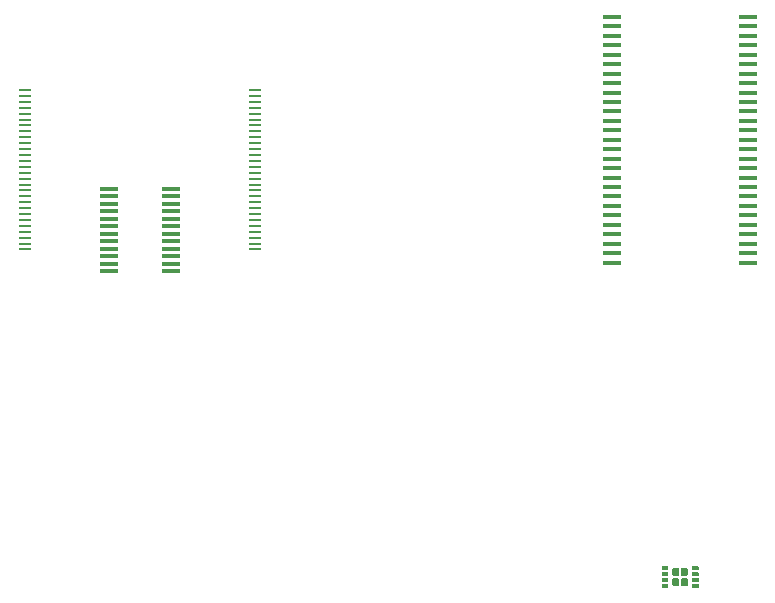
<source format=gbr>
%TF.GenerationSoftware,KiCad,Pcbnew,5.1.5+dfsg1-2build2*%
%TF.CreationDate,2021-12-31T02:56:54+01:00*%
%TF.ProjectId,chip-breakout,63686970-2d62-4726-9561-6b6f75742e6b,rev?*%
%TF.SameCoordinates,Original*%
%TF.FileFunction,Paste,Top*%
%TF.FilePolarity,Positive*%
%FSLAX46Y46*%
G04 Gerber Fmt 4.6, Leading zero omitted, Abs format (unit mm)*
G04 Created by KiCad (PCBNEW 5.1.5+dfsg1-2build2) date 2021-12-31 02:56:54*
%MOMM*%
%LPD*%
G04 APERTURE LIST*
%ADD10C,0.100000*%
%ADD11R,1.600000X0.410000*%
%ADD12R,1.510000X0.458000*%
%ADD13R,1.100000X0.250000*%
G04 APERTURE END LIST*
D10*
G36*
X120876076Y-97065421D02*
G01*
X120884570Y-97066681D01*
X120892900Y-97068768D01*
X120900985Y-97071661D01*
X120908747Y-97075332D01*
X120916112Y-97079746D01*
X120923009Y-97084862D01*
X120929372Y-97090628D01*
X120935138Y-97096991D01*
X120940254Y-97103888D01*
X120944668Y-97111253D01*
X120948339Y-97119015D01*
X120951232Y-97127100D01*
X120953319Y-97135430D01*
X120954579Y-97143924D01*
X120955000Y-97152500D01*
X120955000Y-97327500D01*
X120954579Y-97336076D01*
X120953319Y-97344570D01*
X120951232Y-97352900D01*
X120948339Y-97360985D01*
X120944668Y-97368747D01*
X120940254Y-97376112D01*
X120935138Y-97383009D01*
X120929372Y-97389372D01*
X120923009Y-97395138D01*
X120916112Y-97400254D01*
X120908747Y-97404668D01*
X120900985Y-97408339D01*
X120892900Y-97411232D01*
X120884570Y-97413319D01*
X120876076Y-97414579D01*
X120867500Y-97415000D01*
X120467500Y-97415000D01*
X120458924Y-97414579D01*
X120450430Y-97413319D01*
X120442100Y-97411232D01*
X120434015Y-97408339D01*
X120426253Y-97404668D01*
X120418888Y-97400254D01*
X120411991Y-97395138D01*
X120405628Y-97389372D01*
X120399862Y-97383009D01*
X120394746Y-97376112D01*
X120390332Y-97368747D01*
X120386661Y-97360985D01*
X120383768Y-97352900D01*
X120381681Y-97344570D01*
X120380421Y-97336076D01*
X120380000Y-97327500D01*
X120380000Y-97152500D01*
X120380421Y-97143924D01*
X120381681Y-97135430D01*
X120383768Y-97127100D01*
X120386661Y-97119015D01*
X120390332Y-97111253D01*
X120394746Y-97103888D01*
X120399862Y-97096991D01*
X120405628Y-97090628D01*
X120411991Y-97084862D01*
X120418888Y-97079746D01*
X120426253Y-97075332D01*
X120434015Y-97071661D01*
X120442100Y-97068768D01*
X120450430Y-97066681D01*
X120458924Y-97065421D01*
X120467500Y-97065000D01*
X120867500Y-97065000D01*
X120876076Y-97065421D01*
G37*
G36*
X120876076Y-97565421D02*
G01*
X120884570Y-97566681D01*
X120892900Y-97568768D01*
X120900985Y-97571661D01*
X120908747Y-97575332D01*
X120916112Y-97579746D01*
X120923009Y-97584862D01*
X120929372Y-97590628D01*
X120935138Y-97596991D01*
X120940254Y-97603888D01*
X120944668Y-97611253D01*
X120948339Y-97619015D01*
X120951232Y-97627100D01*
X120953319Y-97635430D01*
X120954579Y-97643924D01*
X120955000Y-97652500D01*
X120955000Y-97827500D01*
X120954579Y-97836076D01*
X120953319Y-97844570D01*
X120951232Y-97852900D01*
X120948339Y-97860985D01*
X120944668Y-97868747D01*
X120940254Y-97876112D01*
X120935138Y-97883009D01*
X120929372Y-97889372D01*
X120923009Y-97895138D01*
X120916112Y-97900254D01*
X120908747Y-97904668D01*
X120900985Y-97908339D01*
X120892900Y-97911232D01*
X120884570Y-97913319D01*
X120876076Y-97914579D01*
X120867500Y-97915000D01*
X120467500Y-97915000D01*
X120458924Y-97914579D01*
X120450430Y-97913319D01*
X120442100Y-97911232D01*
X120434015Y-97908339D01*
X120426253Y-97904668D01*
X120418888Y-97900254D01*
X120411991Y-97895138D01*
X120405628Y-97889372D01*
X120399862Y-97883009D01*
X120394746Y-97876112D01*
X120390332Y-97868747D01*
X120386661Y-97860985D01*
X120383768Y-97852900D01*
X120381681Y-97844570D01*
X120380421Y-97836076D01*
X120380000Y-97827500D01*
X120380000Y-97652500D01*
X120380421Y-97643924D01*
X120381681Y-97635430D01*
X120383768Y-97627100D01*
X120386661Y-97619015D01*
X120390332Y-97611253D01*
X120394746Y-97603888D01*
X120399862Y-97596991D01*
X120405628Y-97590628D01*
X120411991Y-97584862D01*
X120418888Y-97579746D01*
X120426253Y-97575332D01*
X120434015Y-97571661D01*
X120442100Y-97568768D01*
X120450430Y-97566681D01*
X120458924Y-97565421D01*
X120467500Y-97565000D01*
X120867500Y-97565000D01*
X120876076Y-97565421D01*
G37*
G36*
X120876076Y-98065421D02*
G01*
X120884570Y-98066681D01*
X120892900Y-98068768D01*
X120900985Y-98071661D01*
X120908747Y-98075332D01*
X120916112Y-98079746D01*
X120923009Y-98084862D01*
X120929372Y-98090628D01*
X120935138Y-98096991D01*
X120940254Y-98103888D01*
X120944668Y-98111253D01*
X120948339Y-98119015D01*
X120951232Y-98127100D01*
X120953319Y-98135430D01*
X120954579Y-98143924D01*
X120955000Y-98152500D01*
X120955000Y-98327500D01*
X120954579Y-98336076D01*
X120953319Y-98344570D01*
X120951232Y-98352900D01*
X120948339Y-98360985D01*
X120944668Y-98368747D01*
X120940254Y-98376112D01*
X120935138Y-98383009D01*
X120929372Y-98389372D01*
X120923009Y-98395138D01*
X120916112Y-98400254D01*
X120908747Y-98404668D01*
X120900985Y-98408339D01*
X120892900Y-98411232D01*
X120884570Y-98413319D01*
X120876076Y-98414579D01*
X120867500Y-98415000D01*
X120467500Y-98415000D01*
X120458924Y-98414579D01*
X120450430Y-98413319D01*
X120442100Y-98411232D01*
X120434015Y-98408339D01*
X120426253Y-98404668D01*
X120418888Y-98400254D01*
X120411991Y-98395138D01*
X120405628Y-98389372D01*
X120399862Y-98383009D01*
X120394746Y-98376112D01*
X120390332Y-98368747D01*
X120386661Y-98360985D01*
X120383768Y-98352900D01*
X120381681Y-98344570D01*
X120380421Y-98336076D01*
X120380000Y-98327500D01*
X120380000Y-98152500D01*
X120380421Y-98143924D01*
X120381681Y-98135430D01*
X120383768Y-98127100D01*
X120386661Y-98119015D01*
X120390332Y-98111253D01*
X120394746Y-98103888D01*
X120399862Y-98096991D01*
X120405628Y-98090628D01*
X120411991Y-98084862D01*
X120418888Y-98079746D01*
X120426253Y-98075332D01*
X120434015Y-98071661D01*
X120442100Y-98068768D01*
X120450430Y-98066681D01*
X120458924Y-98065421D01*
X120467500Y-98065000D01*
X120867500Y-98065000D01*
X120876076Y-98065421D01*
G37*
G36*
X120876076Y-98565421D02*
G01*
X120884570Y-98566681D01*
X120892900Y-98568768D01*
X120900985Y-98571661D01*
X120908747Y-98575332D01*
X120916112Y-98579746D01*
X120923009Y-98584862D01*
X120929372Y-98590628D01*
X120935138Y-98596991D01*
X120940254Y-98603888D01*
X120944668Y-98611253D01*
X120948339Y-98619015D01*
X120951232Y-98627100D01*
X120953319Y-98635430D01*
X120954579Y-98643924D01*
X120955000Y-98652500D01*
X120955000Y-98827500D01*
X120954579Y-98836076D01*
X120953319Y-98844570D01*
X120951232Y-98852900D01*
X120948339Y-98860985D01*
X120944668Y-98868747D01*
X120940254Y-98876112D01*
X120935138Y-98883009D01*
X120929372Y-98889372D01*
X120923009Y-98895138D01*
X120916112Y-98900254D01*
X120908747Y-98904668D01*
X120900985Y-98908339D01*
X120892900Y-98911232D01*
X120884570Y-98913319D01*
X120876076Y-98914579D01*
X120867500Y-98915000D01*
X120467500Y-98915000D01*
X120458924Y-98914579D01*
X120450430Y-98913319D01*
X120442100Y-98911232D01*
X120434015Y-98908339D01*
X120426253Y-98904668D01*
X120418888Y-98900254D01*
X120411991Y-98895138D01*
X120405628Y-98889372D01*
X120399862Y-98883009D01*
X120394746Y-98876112D01*
X120390332Y-98868747D01*
X120386661Y-98860985D01*
X120383768Y-98852900D01*
X120381681Y-98844570D01*
X120380421Y-98836076D01*
X120380000Y-98827500D01*
X120380000Y-98652500D01*
X120380421Y-98643924D01*
X120381681Y-98635430D01*
X120383768Y-98627100D01*
X120386661Y-98619015D01*
X120390332Y-98611253D01*
X120394746Y-98603888D01*
X120399862Y-98596991D01*
X120405628Y-98590628D01*
X120411991Y-98584862D01*
X120418888Y-98579746D01*
X120426253Y-98575332D01*
X120434015Y-98571661D01*
X120442100Y-98568768D01*
X120450430Y-98566681D01*
X120458924Y-98565421D01*
X120467500Y-98565000D01*
X120867500Y-98565000D01*
X120876076Y-98565421D01*
G37*
G36*
X118301076Y-98565421D02*
G01*
X118309570Y-98566681D01*
X118317900Y-98568768D01*
X118325985Y-98571661D01*
X118333747Y-98575332D01*
X118341112Y-98579746D01*
X118348009Y-98584862D01*
X118354372Y-98590628D01*
X118360138Y-98596991D01*
X118365254Y-98603888D01*
X118369668Y-98611253D01*
X118373339Y-98619015D01*
X118376232Y-98627100D01*
X118378319Y-98635430D01*
X118379579Y-98643924D01*
X118380000Y-98652500D01*
X118380000Y-98827500D01*
X118379579Y-98836076D01*
X118378319Y-98844570D01*
X118376232Y-98852900D01*
X118373339Y-98860985D01*
X118369668Y-98868747D01*
X118365254Y-98876112D01*
X118360138Y-98883009D01*
X118354372Y-98889372D01*
X118348009Y-98895138D01*
X118341112Y-98900254D01*
X118333747Y-98904668D01*
X118325985Y-98908339D01*
X118317900Y-98911232D01*
X118309570Y-98913319D01*
X118301076Y-98914579D01*
X118292500Y-98915000D01*
X117892500Y-98915000D01*
X117883924Y-98914579D01*
X117875430Y-98913319D01*
X117867100Y-98911232D01*
X117859015Y-98908339D01*
X117851253Y-98904668D01*
X117843888Y-98900254D01*
X117836991Y-98895138D01*
X117830628Y-98889372D01*
X117824862Y-98883009D01*
X117819746Y-98876112D01*
X117815332Y-98868747D01*
X117811661Y-98860985D01*
X117808768Y-98852900D01*
X117806681Y-98844570D01*
X117805421Y-98836076D01*
X117805000Y-98827500D01*
X117805000Y-98652500D01*
X117805421Y-98643924D01*
X117806681Y-98635430D01*
X117808768Y-98627100D01*
X117811661Y-98619015D01*
X117815332Y-98611253D01*
X117819746Y-98603888D01*
X117824862Y-98596991D01*
X117830628Y-98590628D01*
X117836991Y-98584862D01*
X117843888Y-98579746D01*
X117851253Y-98575332D01*
X117859015Y-98571661D01*
X117867100Y-98568768D01*
X117875430Y-98566681D01*
X117883924Y-98565421D01*
X117892500Y-98565000D01*
X118292500Y-98565000D01*
X118301076Y-98565421D01*
G37*
G36*
X118301076Y-98065421D02*
G01*
X118309570Y-98066681D01*
X118317900Y-98068768D01*
X118325985Y-98071661D01*
X118333747Y-98075332D01*
X118341112Y-98079746D01*
X118348009Y-98084862D01*
X118354372Y-98090628D01*
X118360138Y-98096991D01*
X118365254Y-98103888D01*
X118369668Y-98111253D01*
X118373339Y-98119015D01*
X118376232Y-98127100D01*
X118378319Y-98135430D01*
X118379579Y-98143924D01*
X118380000Y-98152500D01*
X118380000Y-98327500D01*
X118379579Y-98336076D01*
X118378319Y-98344570D01*
X118376232Y-98352900D01*
X118373339Y-98360985D01*
X118369668Y-98368747D01*
X118365254Y-98376112D01*
X118360138Y-98383009D01*
X118354372Y-98389372D01*
X118348009Y-98395138D01*
X118341112Y-98400254D01*
X118333747Y-98404668D01*
X118325985Y-98408339D01*
X118317900Y-98411232D01*
X118309570Y-98413319D01*
X118301076Y-98414579D01*
X118292500Y-98415000D01*
X117892500Y-98415000D01*
X117883924Y-98414579D01*
X117875430Y-98413319D01*
X117867100Y-98411232D01*
X117859015Y-98408339D01*
X117851253Y-98404668D01*
X117843888Y-98400254D01*
X117836991Y-98395138D01*
X117830628Y-98389372D01*
X117824862Y-98383009D01*
X117819746Y-98376112D01*
X117815332Y-98368747D01*
X117811661Y-98360985D01*
X117808768Y-98352900D01*
X117806681Y-98344570D01*
X117805421Y-98336076D01*
X117805000Y-98327500D01*
X117805000Y-98152500D01*
X117805421Y-98143924D01*
X117806681Y-98135430D01*
X117808768Y-98127100D01*
X117811661Y-98119015D01*
X117815332Y-98111253D01*
X117819746Y-98103888D01*
X117824862Y-98096991D01*
X117830628Y-98090628D01*
X117836991Y-98084862D01*
X117843888Y-98079746D01*
X117851253Y-98075332D01*
X117859015Y-98071661D01*
X117867100Y-98068768D01*
X117875430Y-98066681D01*
X117883924Y-98065421D01*
X117892500Y-98065000D01*
X118292500Y-98065000D01*
X118301076Y-98065421D01*
G37*
G36*
X118301076Y-97565421D02*
G01*
X118309570Y-97566681D01*
X118317900Y-97568768D01*
X118325985Y-97571661D01*
X118333747Y-97575332D01*
X118341112Y-97579746D01*
X118348009Y-97584862D01*
X118354372Y-97590628D01*
X118360138Y-97596991D01*
X118365254Y-97603888D01*
X118369668Y-97611253D01*
X118373339Y-97619015D01*
X118376232Y-97627100D01*
X118378319Y-97635430D01*
X118379579Y-97643924D01*
X118380000Y-97652500D01*
X118380000Y-97827500D01*
X118379579Y-97836076D01*
X118378319Y-97844570D01*
X118376232Y-97852900D01*
X118373339Y-97860985D01*
X118369668Y-97868747D01*
X118365254Y-97876112D01*
X118360138Y-97883009D01*
X118354372Y-97889372D01*
X118348009Y-97895138D01*
X118341112Y-97900254D01*
X118333747Y-97904668D01*
X118325985Y-97908339D01*
X118317900Y-97911232D01*
X118309570Y-97913319D01*
X118301076Y-97914579D01*
X118292500Y-97915000D01*
X117892500Y-97915000D01*
X117883924Y-97914579D01*
X117875430Y-97913319D01*
X117867100Y-97911232D01*
X117859015Y-97908339D01*
X117851253Y-97904668D01*
X117843888Y-97900254D01*
X117836991Y-97895138D01*
X117830628Y-97889372D01*
X117824862Y-97883009D01*
X117819746Y-97876112D01*
X117815332Y-97868747D01*
X117811661Y-97860985D01*
X117808768Y-97852900D01*
X117806681Y-97844570D01*
X117805421Y-97836076D01*
X117805000Y-97827500D01*
X117805000Y-97652500D01*
X117805421Y-97643924D01*
X117806681Y-97635430D01*
X117808768Y-97627100D01*
X117811661Y-97619015D01*
X117815332Y-97611253D01*
X117819746Y-97603888D01*
X117824862Y-97596991D01*
X117830628Y-97590628D01*
X117836991Y-97584862D01*
X117843888Y-97579746D01*
X117851253Y-97575332D01*
X117859015Y-97571661D01*
X117867100Y-97568768D01*
X117875430Y-97566681D01*
X117883924Y-97565421D01*
X117892500Y-97565000D01*
X118292500Y-97565000D01*
X118301076Y-97565421D01*
G37*
G36*
X118301076Y-97065421D02*
G01*
X118309570Y-97066681D01*
X118317900Y-97068768D01*
X118325985Y-97071661D01*
X118333747Y-97075332D01*
X118341112Y-97079746D01*
X118348009Y-97084862D01*
X118354372Y-97090628D01*
X118360138Y-97096991D01*
X118365254Y-97103888D01*
X118369668Y-97111253D01*
X118373339Y-97119015D01*
X118376232Y-97127100D01*
X118378319Y-97135430D01*
X118379579Y-97143924D01*
X118380000Y-97152500D01*
X118380000Y-97327500D01*
X118379579Y-97336076D01*
X118378319Y-97344570D01*
X118376232Y-97352900D01*
X118373339Y-97360985D01*
X118369668Y-97368747D01*
X118365254Y-97376112D01*
X118360138Y-97383009D01*
X118354372Y-97389372D01*
X118348009Y-97395138D01*
X118341112Y-97400254D01*
X118333747Y-97404668D01*
X118325985Y-97408339D01*
X118317900Y-97411232D01*
X118309570Y-97413319D01*
X118301076Y-97414579D01*
X118292500Y-97415000D01*
X117892500Y-97415000D01*
X117883924Y-97414579D01*
X117875430Y-97413319D01*
X117867100Y-97411232D01*
X117859015Y-97408339D01*
X117851253Y-97404668D01*
X117843888Y-97400254D01*
X117836991Y-97395138D01*
X117830628Y-97389372D01*
X117824862Y-97383009D01*
X117819746Y-97376112D01*
X117815332Y-97368747D01*
X117811661Y-97360985D01*
X117808768Y-97352900D01*
X117806681Y-97344570D01*
X117805421Y-97336076D01*
X117805000Y-97327500D01*
X117805000Y-97152500D01*
X117805421Y-97143924D01*
X117806681Y-97135430D01*
X117808768Y-97127100D01*
X117811661Y-97119015D01*
X117815332Y-97111253D01*
X117819746Y-97103888D01*
X117824862Y-97096991D01*
X117830628Y-97090628D01*
X117836991Y-97084862D01*
X117843888Y-97079746D01*
X117851253Y-97075332D01*
X117859015Y-97071661D01*
X117867100Y-97068768D01*
X117875430Y-97066681D01*
X117883924Y-97065421D01*
X117892500Y-97065000D01*
X118292500Y-97065000D01*
X118301076Y-97065421D01*
G37*
G36*
X119904212Y-98075698D02*
G01*
X119918288Y-98077786D01*
X119932091Y-98081244D01*
X119945489Y-98086037D01*
X119958353Y-98092121D01*
X119970558Y-98099437D01*
X119981987Y-98107913D01*
X119992530Y-98117470D01*
X120002087Y-98128013D01*
X120010563Y-98139442D01*
X120017879Y-98151647D01*
X120023963Y-98164511D01*
X120028756Y-98177909D01*
X120032214Y-98191712D01*
X120034302Y-98205788D01*
X120035000Y-98220000D01*
X120035000Y-98630000D01*
X120034302Y-98644212D01*
X120032214Y-98658288D01*
X120028756Y-98672091D01*
X120023963Y-98685489D01*
X120017879Y-98698353D01*
X120010563Y-98710558D01*
X120002087Y-98721987D01*
X119992530Y-98732530D01*
X119981987Y-98742087D01*
X119970558Y-98750563D01*
X119958353Y-98757879D01*
X119945489Y-98763963D01*
X119932091Y-98768756D01*
X119918288Y-98772214D01*
X119904212Y-98774302D01*
X119890000Y-98775000D01*
X119600000Y-98775000D01*
X119585788Y-98774302D01*
X119571712Y-98772214D01*
X119557909Y-98768756D01*
X119544511Y-98763963D01*
X119531647Y-98757879D01*
X119519442Y-98750563D01*
X119508013Y-98742087D01*
X119497470Y-98732530D01*
X119487913Y-98721987D01*
X119479437Y-98710558D01*
X119472121Y-98698353D01*
X119466037Y-98685489D01*
X119461244Y-98672091D01*
X119457786Y-98658288D01*
X119455698Y-98644212D01*
X119455000Y-98630000D01*
X119455000Y-98220000D01*
X119455698Y-98205788D01*
X119457786Y-98191712D01*
X119461244Y-98177909D01*
X119466037Y-98164511D01*
X119472121Y-98151647D01*
X119479437Y-98139442D01*
X119487913Y-98128013D01*
X119497470Y-98117470D01*
X119508013Y-98107913D01*
X119519442Y-98099437D01*
X119531647Y-98092121D01*
X119544511Y-98086037D01*
X119557909Y-98081244D01*
X119571712Y-98077786D01*
X119585788Y-98075698D01*
X119600000Y-98075000D01*
X119890000Y-98075000D01*
X119904212Y-98075698D01*
G37*
G36*
X119904212Y-97205698D02*
G01*
X119918288Y-97207786D01*
X119932091Y-97211244D01*
X119945489Y-97216037D01*
X119958353Y-97222121D01*
X119970558Y-97229437D01*
X119981987Y-97237913D01*
X119992530Y-97247470D01*
X120002087Y-97258013D01*
X120010563Y-97269442D01*
X120017879Y-97281647D01*
X120023963Y-97294511D01*
X120028756Y-97307909D01*
X120032214Y-97321712D01*
X120034302Y-97335788D01*
X120035000Y-97350000D01*
X120035000Y-97760000D01*
X120034302Y-97774212D01*
X120032214Y-97788288D01*
X120028756Y-97802091D01*
X120023963Y-97815489D01*
X120017879Y-97828353D01*
X120010563Y-97840558D01*
X120002087Y-97851987D01*
X119992530Y-97862530D01*
X119981987Y-97872087D01*
X119970558Y-97880563D01*
X119958353Y-97887879D01*
X119945489Y-97893963D01*
X119932091Y-97898756D01*
X119918288Y-97902214D01*
X119904212Y-97904302D01*
X119890000Y-97905000D01*
X119600000Y-97905000D01*
X119585788Y-97904302D01*
X119571712Y-97902214D01*
X119557909Y-97898756D01*
X119544511Y-97893963D01*
X119531647Y-97887879D01*
X119519442Y-97880563D01*
X119508013Y-97872087D01*
X119497470Y-97862530D01*
X119487913Y-97851987D01*
X119479437Y-97840558D01*
X119472121Y-97828353D01*
X119466037Y-97815489D01*
X119461244Y-97802091D01*
X119457786Y-97788288D01*
X119455698Y-97774212D01*
X119455000Y-97760000D01*
X119455000Y-97350000D01*
X119455698Y-97335788D01*
X119457786Y-97321712D01*
X119461244Y-97307909D01*
X119466037Y-97294511D01*
X119472121Y-97281647D01*
X119479437Y-97269442D01*
X119487913Y-97258013D01*
X119497470Y-97247470D01*
X119508013Y-97237913D01*
X119519442Y-97229437D01*
X119531647Y-97222121D01*
X119544511Y-97216037D01*
X119557909Y-97211244D01*
X119571712Y-97207786D01*
X119585788Y-97205698D01*
X119600000Y-97205000D01*
X119890000Y-97205000D01*
X119904212Y-97205698D01*
G37*
G36*
X119174212Y-98075698D02*
G01*
X119188288Y-98077786D01*
X119202091Y-98081244D01*
X119215489Y-98086037D01*
X119228353Y-98092121D01*
X119240558Y-98099437D01*
X119251987Y-98107913D01*
X119262530Y-98117470D01*
X119272087Y-98128013D01*
X119280563Y-98139442D01*
X119287879Y-98151647D01*
X119293963Y-98164511D01*
X119298756Y-98177909D01*
X119302214Y-98191712D01*
X119304302Y-98205788D01*
X119305000Y-98220000D01*
X119305000Y-98630000D01*
X119304302Y-98644212D01*
X119302214Y-98658288D01*
X119298756Y-98672091D01*
X119293963Y-98685489D01*
X119287879Y-98698353D01*
X119280563Y-98710558D01*
X119272087Y-98721987D01*
X119262530Y-98732530D01*
X119251987Y-98742087D01*
X119240558Y-98750563D01*
X119228353Y-98757879D01*
X119215489Y-98763963D01*
X119202091Y-98768756D01*
X119188288Y-98772214D01*
X119174212Y-98774302D01*
X119160000Y-98775000D01*
X118870000Y-98775000D01*
X118855788Y-98774302D01*
X118841712Y-98772214D01*
X118827909Y-98768756D01*
X118814511Y-98763963D01*
X118801647Y-98757879D01*
X118789442Y-98750563D01*
X118778013Y-98742087D01*
X118767470Y-98732530D01*
X118757913Y-98721987D01*
X118749437Y-98710558D01*
X118742121Y-98698353D01*
X118736037Y-98685489D01*
X118731244Y-98672091D01*
X118727786Y-98658288D01*
X118725698Y-98644212D01*
X118725000Y-98630000D01*
X118725000Y-98220000D01*
X118725698Y-98205788D01*
X118727786Y-98191712D01*
X118731244Y-98177909D01*
X118736037Y-98164511D01*
X118742121Y-98151647D01*
X118749437Y-98139442D01*
X118757913Y-98128013D01*
X118767470Y-98117470D01*
X118778013Y-98107913D01*
X118789442Y-98099437D01*
X118801647Y-98092121D01*
X118814511Y-98086037D01*
X118827909Y-98081244D01*
X118841712Y-98077786D01*
X118855788Y-98075698D01*
X118870000Y-98075000D01*
X119160000Y-98075000D01*
X119174212Y-98075698D01*
G37*
G36*
X119174212Y-97205698D02*
G01*
X119188288Y-97207786D01*
X119202091Y-97211244D01*
X119215489Y-97216037D01*
X119228353Y-97222121D01*
X119240558Y-97229437D01*
X119251987Y-97237913D01*
X119262530Y-97247470D01*
X119272087Y-97258013D01*
X119280563Y-97269442D01*
X119287879Y-97281647D01*
X119293963Y-97294511D01*
X119298756Y-97307909D01*
X119302214Y-97321712D01*
X119304302Y-97335788D01*
X119305000Y-97350000D01*
X119305000Y-97760000D01*
X119304302Y-97774212D01*
X119302214Y-97788288D01*
X119298756Y-97802091D01*
X119293963Y-97815489D01*
X119287879Y-97828353D01*
X119280563Y-97840558D01*
X119272087Y-97851987D01*
X119262530Y-97862530D01*
X119251987Y-97872087D01*
X119240558Y-97880563D01*
X119228353Y-97887879D01*
X119215489Y-97893963D01*
X119202091Y-97898756D01*
X119188288Y-97902214D01*
X119174212Y-97904302D01*
X119160000Y-97905000D01*
X118870000Y-97905000D01*
X118855788Y-97904302D01*
X118841712Y-97902214D01*
X118827909Y-97898756D01*
X118814511Y-97893963D01*
X118801647Y-97887879D01*
X118789442Y-97880563D01*
X118778013Y-97872087D01*
X118767470Y-97862530D01*
X118757913Y-97851987D01*
X118749437Y-97840558D01*
X118742121Y-97828353D01*
X118736037Y-97815489D01*
X118731244Y-97802091D01*
X118727786Y-97788288D01*
X118725698Y-97774212D01*
X118725000Y-97760000D01*
X118725000Y-97350000D01*
X118725698Y-97335788D01*
X118727786Y-97321712D01*
X118731244Y-97307909D01*
X118736037Y-97294511D01*
X118742121Y-97281647D01*
X118749437Y-97269442D01*
X118757913Y-97258013D01*
X118767470Y-97247470D01*
X118778013Y-97237913D01*
X118789442Y-97229437D01*
X118801647Y-97222121D01*
X118814511Y-97216037D01*
X118827909Y-97211244D01*
X118841712Y-97207786D01*
X118855788Y-97205698D01*
X118870000Y-97205000D01*
X119160000Y-97205000D01*
X119174212Y-97205698D01*
G37*
D11*
X76314300Y-65087500D03*
X76314300Y-65722500D03*
X76314300Y-66357500D03*
X76314300Y-66992500D03*
X76314300Y-70167500D03*
X76314300Y-70802500D03*
X76314300Y-71437500D03*
X76314300Y-72072500D03*
X71005700Y-72072500D03*
X71005700Y-71437500D03*
X71005700Y-70802500D03*
X71005700Y-70167500D03*
X71005700Y-66992500D03*
X71005700Y-66357500D03*
X71005700Y-65722500D03*
X71005700Y-65087500D03*
X71005700Y-67627500D03*
X71005700Y-68262500D03*
X76314300Y-68262500D03*
X76314300Y-67627500D03*
X71005700Y-68897500D03*
X71005700Y-69532500D03*
X76314300Y-68897500D03*
X76314300Y-69532500D03*
D12*
X125130000Y-50560000D03*
X125130000Y-51360000D03*
X125130000Y-52160000D03*
X125130000Y-52960000D03*
X125130000Y-53760000D03*
X125130000Y-54560000D03*
X125130000Y-55360000D03*
X125130000Y-56160000D03*
X125130000Y-56960000D03*
X125130000Y-57760000D03*
X125130000Y-58560000D03*
X125130000Y-59360000D03*
X125130000Y-60160000D03*
X125130000Y-60960000D03*
X125130000Y-61760000D03*
X125130000Y-62560000D03*
X125130000Y-63360000D03*
X125130000Y-64160000D03*
X125130000Y-64960000D03*
X125130000Y-65760000D03*
X125130000Y-66560000D03*
X125130000Y-67360000D03*
X125130000Y-68160000D03*
X125130000Y-68960000D03*
X125130000Y-69760000D03*
X125130000Y-70560000D03*
X125130000Y-71360000D03*
X113630000Y-71360000D03*
X113630000Y-70560000D03*
X113630000Y-69760000D03*
X113630000Y-68960000D03*
X113630000Y-68160000D03*
X113630000Y-67360000D03*
X113630000Y-66560000D03*
X113630000Y-65760000D03*
X113630000Y-64960000D03*
X113630000Y-64160000D03*
X113630000Y-63360000D03*
X113630000Y-62560000D03*
X113630000Y-61760000D03*
X113630000Y-60960000D03*
X113630000Y-60160000D03*
X113630000Y-59360000D03*
X113630000Y-58560000D03*
X113630000Y-57760000D03*
X113630000Y-56960000D03*
X113630000Y-56160000D03*
X113630000Y-55360000D03*
X113630000Y-54560000D03*
X113630000Y-53760000D03*
X113630000Y-52960000D03*
X113630000Y-52160000D03*
X113630000Y-51360000D03*
X113630000Y-50560000D03*
D13*
X83410000Y-56750000D03*
X83410000Y-57250000D03*
X83410000Y-57750000D03*
X83410000Y-58250000D03*
X83410000Y-58750000D03*
X83410000Y-59250000D03*
X83410000Y-59750000D03*
X83410000Y-60250000D03*
X83410000Y-60750000D03*
X83410000Y-61250000D03*
X83410000Y-61750000D03*
X83410000Y-62250000D03*
X83410000Y-62750000D03*
X83410000Y-63250000D03*
X83410000Y-63750000D03*
X83410000Y-64250000D03*
X83410000Y-64750000D03*
X83410000Y-65250000D03*
X83410000Y-65750000D03*
X83410000Y-66250000D03*
X83410000Y-66750000D03*
X83410000Y-67250000D03*
X83410000Y-67750000D03*
X83410000Y-68250000D03*
X83410000Y-68750000D03*
X83410000Y-69250000D03*
X83410000Y-69750000D03*
X63910000Y-70250000D03*
X63910000Y-69750000D03*
X63910000Y-69250000D03*
X63910000Y-68750000D03*
X63910000Y-68250000D03*
X63910000Y-67750000D03*
X63910000Y-67250000D03*
X63910000Y-66750000D03*
X63910000Y-66250000D03*
X63910000Y-65750000D03*
X63910000Y-65250000D03*
X63910000Y-64750000D03*
X63910000Y-64250000D03*
X63910000Y-63750000D03*
X63910000Y-63250000D03*
X63910000Y-62750000D03*
X63910000Y-62250000D03*
X63910000Y-61750000D03*
X63910000Y-61250000D03*
X63910000Y-60750000D03*
X63910000Y-60250000D03*
X63910000Y-59750000D03*
X63910000Y-59250000D03*
X63910000Y-58750000D03*
X63910000Y-58250000D03*
X63910000Y-57750000D03*
X63910000Y-57250000D03*
X83410000Y-70250000D03*
X63910000Y-56750000D03*
M02*

</source>
